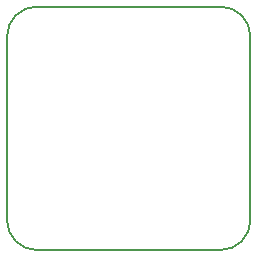
<source format=gbr>
%TF.GenerationSoftware,KiCad,Pcbnew,(6.0.5)*%
%TF.CreationDate,2022-07-03T04:30:49-06:00*%
%TF.ProjectId,usbc-daughter-board,75736263-2d64-4617-9567-687465722d62,1.0*%
%TF.SameCoordinates,Original*%
%TF.FileFunction,Profile,NP*%
%FSLAX46Y46*%
G04 Gerber Fmt 4.6, Leading zero omitted, Abs format (unit mm)*
G04 Created by KiCad (PCBNEW (6.0.5)) date 2022-07-03 04:30:49*
%MOMM*%
%LPD*%
G01*
G04 APERTURE LIST*
%TA.AperFunction,Profile*%
%ADD10C,0.153000*%
%TD*%
G04 APERTURE END LIST*
D10*
X119700000Y-60600000D02*
G75*
G03*
X117200000Y-63100000I0J-2500000D01*
G01*
X137800000Y-63100000D02*
G75*
G03*
X135300000Y-60600000I-2500000J0D01*
G01*
X117200000Y-78700000D02*
G75*
G03*
X119700000Y-81200000I2500000J0D01*
G01*
X137800000Y-63100000D02*
X137800000Y-78700000D01*
X135300000Y-81200000D02*
X119700000Y-81200000D01*
X117200000Y-78700000D02*
X117200000Y-63100000D01*
X119700000Y-60600000D02*
X135300000Y-60600000D01*
X135300000Y-81200000D02*
G75*
G03*
X137800000Y-78700000I0J2500000D01*
G01*
M02*

</source>
